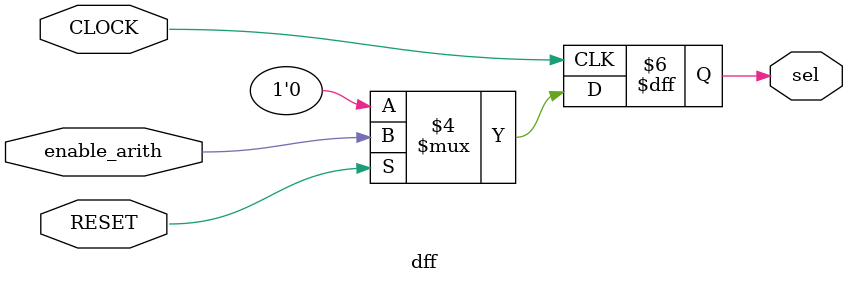
<source format=sv>
module dff(
input enable_arith,CLOCK, RESET,
output reg sel);

always@ (posedge CLOCK)
begin
if(!RESET)
sel<= 0;
else
sel<=enable_arith;
end
endmodule

</source>
